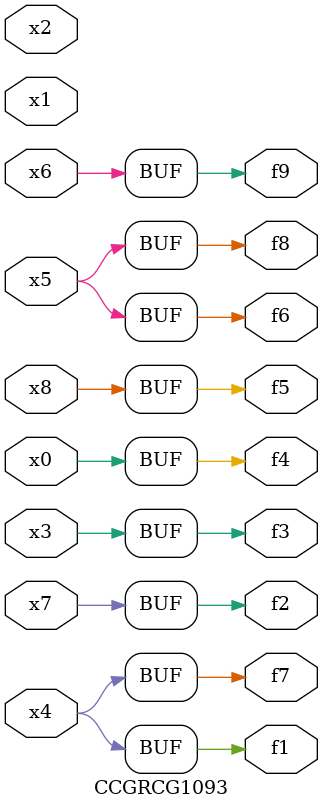
<source format=v>
module CCGRCG1093(
	input x0, x1, x2, x3, x4, x5, x6, x7, x8,
	output f1, f2, f3, f4, f5, f6, f7, f8, f9
);
	assign f1 = x4;
	assign f2 = x7;
	assign f3 = x3;
	assign f4 = x0;
	assign f5 = x8;
	assign f6 = x5;
	assign f7 = x4;
	assign f8 = x5;
	assign f9 = x6;
endmodule

</source>
